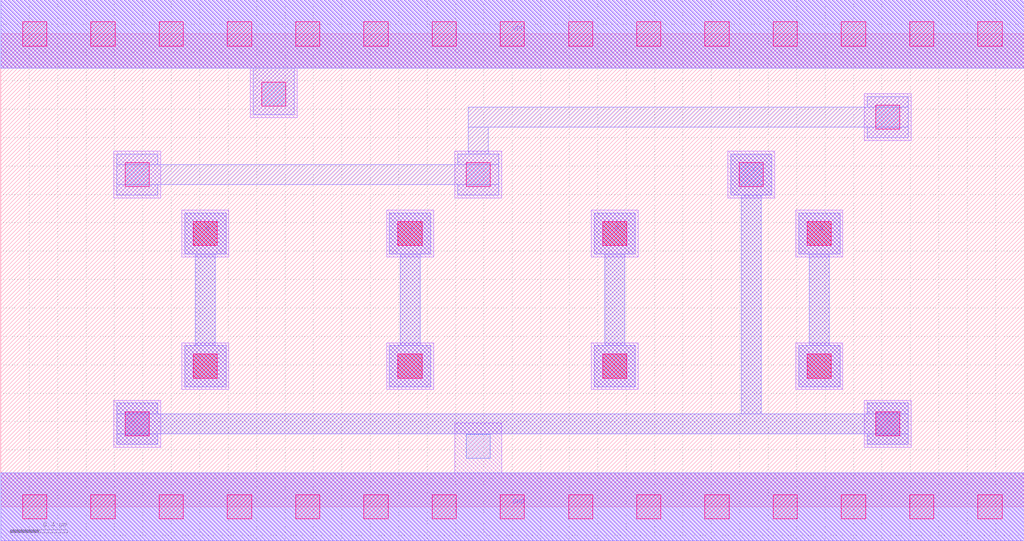
<source format=lef>
MACRO AOI22X1
 CLASS CORE ;
 FOREIGN AOI22X1 0 0 ;
 SIZE 7.2 BY 3.33 ;
 ORIGIN 0 0 ;
 SYMMETRY X Y R90 ;
 SITE unit ;
  PIN VDD
   DIRECTION INOUT ;
   USE POWER ;
   SHAPE ABUTMENT ;
    PORT
     CLASS CORE ;
       LAYER li1 ;
        RECT 0.00000000 3.09000000 7.20000000 3.57000000 ;
       LAYER met1 ;
        RECT 0.00000000 3.09000000 7.20000000 3.57000000 ;
    END
  END VDD

  PIN GND
   DIRECTION INOUT ;
   USE POWER ;
   SHAPE ABUTMENT ;
    PORT
     CLASS CORE ;
       LAYER li1 ;
        RECT 0.00000000 -0.24000000 7.20000000 0.24000000 ;
       LAYER met1 ;
        RECT 0.00000000 -0.24000000 7.20000000 0.24000000 ;
    END
  END GND

  PIN Y
   DIRECTION INOUT ;
   USE SIGNAL ;
   SHAPE ABUTMENT ;
    PORT
     CLASS CORE ;
       LAYER met1 ;
        RECT 0.81500000 0.44000000 1.10500000 0.51500000 ;
        RECT 6.09500000 0.44000000 6.38500000 0.51500000 ;
        RECT 0.81500000 0.51500000 6.38500000 0.65500000 ;
        RECT 0.81500000 0.65500000 1.10500000 0.73000000 ;
        RECT 6.09500000 0.65500000 6.38500000 0.73000000 ;
        RECT 5.21000000 0.65500000 5.35000000 2.19500000 ;
        RECT 5.13500000 2.19500000 5.42500000 2.48500000 ;
    END
  END Y

  PIN D
   DIRECTION INOUT ;
   USE SIGNAL ;
   SHAPE ABUTMENT ;
    PORT
     CLASS CORE ;
       LAYER met1 ;
        RECT 5.61500000 0.84500000 5.90500000 1.13500000 ;
        RECT 5.69000000 1.13500000 5.83000000 1.78000000 ;
        RECT 5.61500000 1.78000000 5.90500000 2.07000000 ;
    END
  END D

  PIN B
   DIRECTION INOUT ;
   USE SIGNAL ;
   SHAPE ABUTMENT ;
    PORT
     CLASS CORE ;
       LAYER met1 ;
        RECT 1.29500000 0.84500000 1.58500000 1.13500000 ;
        RECT 1.37000000 1.13500000 1.51000000 1.78000000 ;
        RECT 1.29500000 1.78000000 1.58500000 2.07000000 ;
    END
  END B

  PIN C
   DIRECTION INOUT ;
   USE SIGNAL ;
   SHAPE ABUTMENT ;
    PORT
     CLASS CORE ;
       LAYER met1 ;
        RECT 4.17500000 0.84500000 4.46500000 1.13500000 ;
        RECT 4.25000000 1.13500000 4.39000000 1.78000000 ;
        RECT 4.17500000 1.78000000 4.46500000 2.07000000 ;
    END
  END C

  PIN A
   DIRECTION INOUT ;
   USE SIGNAL ;
   SHAPE ABUTMENT ;
    PORT
     CLASS CORE ;
       LAYER met1 ;
        RECT 2.73500000 0.84500000 3.02500000 1.13500000 ;
        RECT 2.81000000 1.13500000 2.95000000 1.78000000 ;
        RECT 2.73500000 1.78000000 3.02500000 2.07000000 ;
    END
  END A

 OBS
    LAYER polycont ;
     RECT 1.35500000 0.90500000 1.52500000 1.07500000 ;
     RECT 2.79500000 0.90500000 2.96500000 1.07500000 ;
     RECT 4.23500000 0.90500000 4.40500000 1.07500000 ;
     RECT 5.67500000 0.90500000 5.84500000 1.07500000 ;
     RECT 1.35500000 1.84000000 1.52500000 2.01000000 ;
     RECT 2.79500000 1.84000000 2.96500000 2.01000000 ;
     RECT 4.23500000 1.84000000 4.40500000 2.01000000 ;
     RECT 5.67500000 1.84000000 5.84500000 2.01000000 ;

    LAYER pdiffc ;
     RECT 0.87500000 2.25500000 1.04500000 2.42500000 ;
     RECT 3.27500000 2.25500000 3.44500000 2.42500000 ;
     RECT 5.19500000 2.25500000 5.36500000 2.42500000 ;
     RECT 6.15500000 2.66000000 6.32500000 2.83000000 ;
     RECT 1.83500000 2.82000000 2.00500000 2.99000000 ;

    LAYER ndiffc ;
     RECT 3.27500000 0.34000000 3.44500000 0.51000000 ;
     RECT 0.87500000 0.50000000 1.04500000 0.67000000 ;
     RECT 6.15500000 0.50000000 6.32500000 0.67000000 ;

    LAYER li1 ;
     RECT 0.00000000 -0.24000000 7.20000000 0.24000000 ;
     RECT 3.19500000 0.24000000 3.52500000 0.59000000 ;
     RECT 0.79500000 0.42000000 1.12500000 0.75000000 ;
     RECT 6.07500000 0.42000000 6.40500000 0.75000000 ;
     RECT 1.27500000 0.82500000 1.60500000 1.15500000 ;
     RECT 2.71500000 0.82500000 3.04500000 1.15500000 ;
     RECT 4.15500000 0.82500000 4.48500000 1.15500000 ;
     RECT 5.59500000 0.82500000 5.92500000 1.15500000 ;
     RECT 1.27500000 1.76000000 1.60500000 2.09000000 ;
     RECT 2.71500000 1.76000000 3.04500000 2.09000000 ;
     RECT 4.15500000 1.76000000 4.48500000 2.09000000 ;
     RECT 5.59500000 1.76000000 5.92500000 2.09000000 ;
     RECT 0.79500000 2.17500000 1.12500000 2.50500000 ;
     RECT 3.19500000 2.17500000 3.52500000 2.50500000 ;
     RECT 5.11500000 2.17500000 5.44500000 2.50500000 ;
     RECT 6.07500000 2.58000000 6.40500000 2.91000000 ;
     RECT 1.75500000 2.74000000 2.08500000 3.09000000 ;
     RECT 0.00000000 3.09000000 7.20000000 3.57000000 ;

    LAYER viali ;
     RECT 0.15500000 -0.08500000 0.32500000 0.08500000 ;
     RECT 0.63500000 -0.08500000 0.80500000 0.08500000 ;
     RECT 1.11500000 -0.08500000 1.28500000 0.08500000 ;
     RECT 1.59500000 -0.08500000 1.76500000 0.08500000 ;
     RECT 2.07500000 -0.08500000 2.24500000 0.08500000 ;
     RECT 2.55500000 -0.08500000 2.72500000 0.08500000 ;
     RECT 3.03500000 -0.08500000 3.20500000 0.08500000 ;
     RECT 3.51500000 -0.08500000 3.68500000 0.08500000 ;
     RECT 3.99500000 -0.08500000 4.16500000 0.08500000 ;
     RECT 4.47500000 -0.08500000 4.64500000 0.08500000 ;
     RECT 4.95500000 -0.08500000 5.12500000 0.08500000 ;
     RECT 5.43500000 -0.08500000 5.60500000 0.08500000 ;
     RECT 5.91500000 -0.08500000 6.08500000 0.08500000 ;
     RECT 6.39500000 -0.08500000 6.56500000 0.08500000 ;
     RECT 6.87500000 -0.08500000 7.04500000 0.08500000 ;
     RECT 0.87500000 0.50000000 1.04500000 0.67000000 ;
     RECT 6.15500000 0.50000000 6.32500000 0.67000000 ;
     RECT 1.35500000 0.90500000 1.52500000 1.07500000 ;
     RECT 2.79500000 0.90500000 2.96500000 1.07500000 ;
     RECT 4.23500000 0.90500000 4.40500000 1.07500000 ;
     RECT 5.67500000 0.90500000 5.84500000 1.07500000 ;
     RECT 1.35500000 1.84000000 1.52500000 2.01000000 ;
     RECT 2.79500000 1.84000000 2.96500000 2.01000000 ;
     RECT 4.23500000 1.84000000 4.40500000 2.01000000 ;
     RECT 5.67500000 1.84000000 5.84500000 2.01000000 ;
     RECT 0.87500000 2.25500000 1.04500000 2.42500000 ;
     RECT 3.27500000 2.25500000 3.44500000 2.42500000 ;
     RECT 5.19500000 2.25500000 5.36500000 2.42500000 ;
     RECT 6.15500000 2.66000000 6.32500000 2.83000000 ;
     RECT 1.83500000 2.82000000 2.00500000 2.99000000 ;
     RECT 0.15500000 3.24500000 0.32500000 3.41500000 ;
     RECT 0.63500000 3.24500000 0.80500000 3.41500000 ;
     RECT 1.11500000 3.24500000 1.28500000 3.41500000 ;
     RECT 1.59500000 3.24500000 1.76500000 3.41500000 ;
     RECT 2.07500000 3.24500000 2.24500000 3.41500000 ;
     RECT 2.55500000 3.24500000 2.72500000 3.41500000 ;
     RECT 3.03500000 3.24500000 3.20500000 3.41500000 ;
     RECT 3.51500000 3.24500000 3.68500000 3.41500000 ;
     RECT 3.99500000 3.24500000 4.16500000 3.41500000 ;
     RECT 4.47500000 3.24500000 4.64500000 3.41500000 ;
     RECT 4.95500000 3.24500000 5.12500000 3.41500000 ;
     RECT 5.43500000 3.24500000 5.60500000 3.41500000 ;
     RECT 5.91500000 3.24500000 6.08500000 3.41500000 ;
     RECT 6.39500000 3.24500000 6.56500000 3.41500000 ;
     RECT 6.87500000 3.24500000 7.04500000 3.41500000 ;

    LAYER met1 ;
     RECT 0.00000000 -0.24000000 7.20000000 0.24000000 ;
     RECT 1.29500000 0.84500000 1.58500000 1.13500000 ;
     RECT 1.37000000 1.13500000 1.51000000 1.78000000 ;
     RECT 1.29500000 1.78000000 1.58500000 2.07000000 ;
     RECT 2.73500000 0.84500000 3.02500000 1.13500000 ;
     RECT 2.81000000 1.13500000 2.95000000 1.78000000 ;
     RECT 2.73500000 1.78000000 3.02500000 2.07000000 ;
     RECT 4.17500000 0.84500000 4.46500000 1.13500000 ;
     RECT 4.25000000 1.13500000 4.39000000 1.78000000 ;
     RECT 4.17500000 1.78000000 4.46500000 2.07000000 ;
     RECT 5.61500000 0.84500000 5.90500000 1.13500000 ;
     RECT 5.69000000 1.13500000 5.83000000 1.78000000 ;
     RECT 5.61500000 1.78000000 5.90500000 2.07000000 ;
     RECT 0.81500000 0.44000000 1.10500000 0.51500000 ;
     RECT 6.09500000 0.44000000 6.38500000 0.51500000 ;
     RECT 0.81500000 0.51500000 6.38500000 0.65500000 ;
     RECT 0.81500000 0.65500000 1.10500000 0.73000000 ;
     RECT 6.09500000 0.65500000 6.38500000 0.73000000 ;
     RECT 5.21000000 0.65500000 5.35000000 2.19500000 ;
     RECT 5.13500000 2.19500000 5.42500000 2.48500000 ;
     RECT 0.81500000 2.19500000 1.10500000 2.27000000 ;
     RECT 3.21500000 2.19500000 3.50500000 2.27000000 ;
     RECT 0.81500000 2.27000000 3.50500000 2.41000000 ;
     RECT 0.81500000 2.41000000 1.10500000 2.48500000 ;
     RECT 3.21500000 2.41000000 3.50500000 2.48500000 ;
     RECT 3.29000000 2.48500000 3.43000000 2.67500000 ;
     RECT 6.09500000 2.60000000 6.38500000 2.67500000 ;
     RECT 3.29000000 2.67500000 6.38500000 2.81500000 ;
     RECT 6.09500000 2.81500000 6.38500000 2.89000000 ;
     RECT 1.77500000 2.76000000 2.06500000 3.09000000 ;
     RECT 0.00000000 3.09000000 7.20000000 3.57000000 ;

 END
END AOI22X1

</source>
